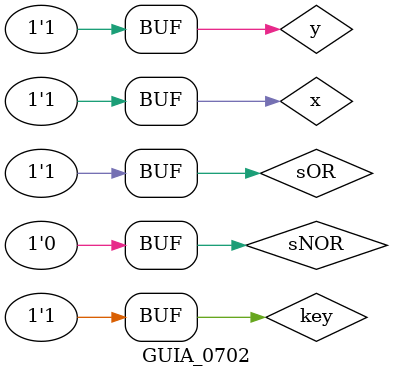
<source format=v>
/**
 * @file Guia_0702.v
 * @author 784778 - Wallace Freitas Oliveira (https://github.com/Olivwallace)
 * @brief Guia 07 Exercicio 02 - Arquitetura de Computadores I (PUC-Minas 1°/2023)
 * @date 19-03-2023
 */

 /*
 02.) Projetar e descrever em Verilog, usando portas nativas, uma unidade lógica (LU) com operações OR e NOR, com uma saída 
 selecionável (1 resposta), para variáveis de entrada com 01 bit cada. O nome do arquivo deverá ser Guia_0702.v.

Incluir previsão de testes.
Simular o módulo no Logisim e apresentar layout do circuito e subcircuitos.
DICA: Usar para o sinal extra para a seleção (0-NOR;1-OR).
*/

`timescale 1ps/1ps
`include "MultiMux.v"

module GUIA_0702;

    // ------------------------- Dados
    reg x, y, key;
    wire sOR, sNOR, sMUX;

    or A(sOR, x, y);
    nor B(sNOR, x, y);
    mux_2x1 MUX(sMUX, sOR, sNOR, key);


    //Inicializacao de Valores
    initial begin
        x=1'b0; y=1'b0; key=1'b0;
    end


    // ------------------------- Principal
    initial begin: main;

        $display("Guia_0702 - Teste");
        $display("MUX 2x1 (0 - OR | 1 - NOR)\n");

        // projetar testes do modulo
        $display("|  x  y  | KEY |  S |");
        $monitor("| %2b %2b  | %2b  | %2b |", x, y, key, sMUX);

        //Testes com MUX 0 - AND
        #1 x=1'b0; y=1'b1; key=1'b0;
        #1 x=1'b1; y=1'b0; key=1'b0;
        #1 x=1'b1; y=1'b1; key=1'b0;

        //Testes com MUX 1 - NAND
        #1 x=1'b0; y=1'b0; key=1'b1;
        #1 x=1'b0; y=1'b1; key=1'b1;
        #1 x=1'b1; y=1'b0; key=1'b1;
        #1 x=1'b1; y=1'b1; key=1'b1;
    end //main
endmodule 

</source>
